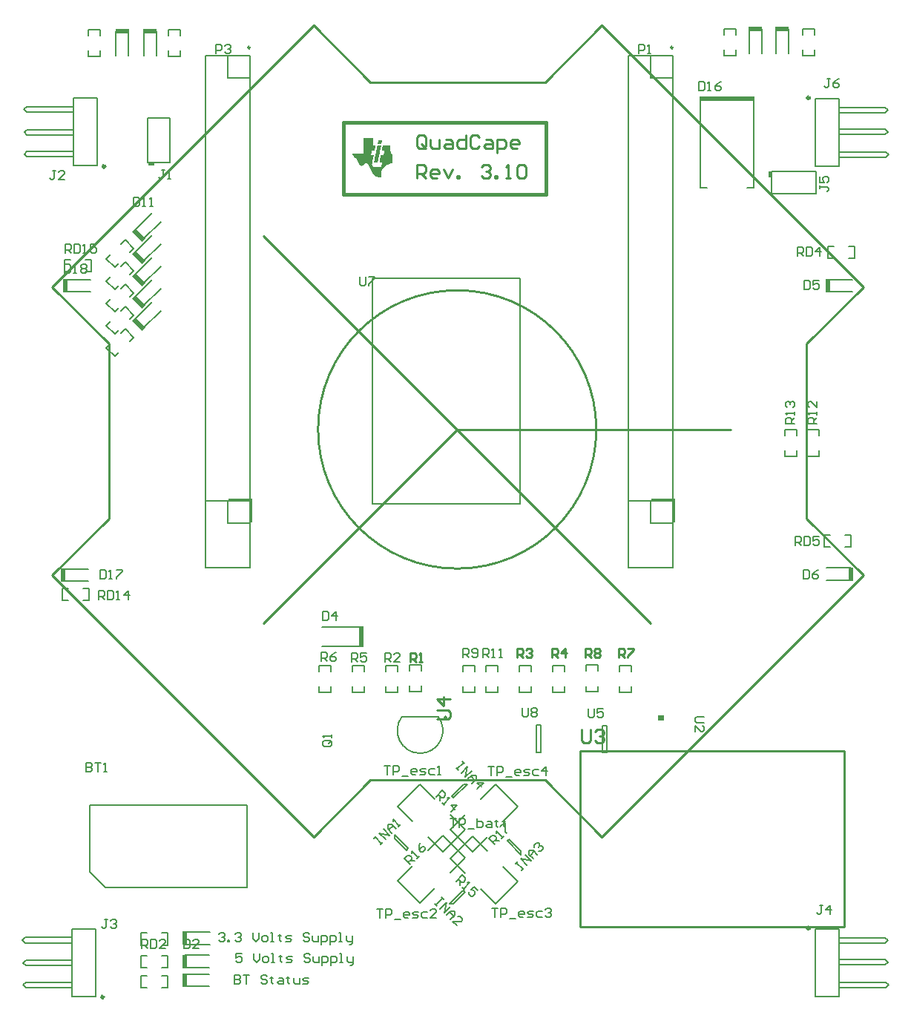
<source format=gto>
%FSLAX25Y25*%
%MOIN*%
G70*
G01*
G75*
G04 Layer_Color=65535*
%ADD10R,0.03740X0.03937*%
%ADD11P,0.04454X4X90.0*%
G04:AMPARAMS|DCode=12|XSize=37.4mil|YSize=39.37mil|CornerRadius=0mil|HoleSize=0mil|Usage=FLASHONLY|Rotation=315.000|XOffset=0mil|YOffset=0mil|HoleType=Round|Shape=Rectangle|*
%AMROTATEDRECTD12*
4,1,4,-0.02714,-0.00070,0.00070,0.02714,0.02714,0.00070,-0.00070,-0.02714,-0.02714,-0.00070,0.0*
%
%ADD12ROTATEDRECTD12*%

%ADD13R,0.04200X0.02500*%
G04:AMPARAMS|DCode=14|XSize=106.3mil|YSize=62.99mil|CornerRadius=0mil|HoleSize=0mil|Usage=FLASHONLY|Rotation=225.000|XOffset=0mil|YOffset=0mil|HoleType=Round|Shape=Rectangle|*
%AMROTATEDRECTD14*
4,1,4,0.01531,0.05985,0.05985,0.01531,-0.01531,-0.05985,-0.05985,-0.01531,0.01531,0.05985,0.0*
%
%ADD14ROTATEDRECTD14*%

G04:AMPARAMS|DCode=15|XSize=106.3mil|YSize=62.99mil|CornerRadius=0mil|HoleSize=0mil|Usage=FLASHONLY|Rotation=315.000|XOffset=0mil|YOffset=0mil|HoleType=Round|Shape=Rectangle|*
%AMROTATEDRECTD15*
4,1,4,-0.05985,0.01531,-0.01531,0.05985,0.05985,-0.01531,0.01531,-0.05985,-0.05985,0.01531,0.0*
%
%ADD15ROTATEDRECTD15*%

G04:AMPARAMS|DCode=16|XSize=15.75mil|YSize=33.47mil|CornerRadius=0mil|HoleSize=0mil|Usage=FLASHONLY|Rotation=135.000|XOffset=0mil|YOffset=0mil|HoleType=Round|Shape=Rectangle|*
%AMROTATEDRECTD16*
4,1,4,0.01740,0.00626,-0.00626,-0.01740,-0.01740,-0.00626,0.00626,0.01740,0.01740,0.00626,0.0*
%
%ADD16ROTATEDRECTD16*%

G04:AMPARAMS|DCode=17|XSize=15.75mil|YSize=33.47mil|CornerRadius=0mil|HoleSize=0mil|Usage=FLASHONLY|Rotation=225.000|XOffset=0mil|YOffset=0mil|HoleType=Round|Shape=Rectangle|*
%AMROTATEDRECTD17*
4,1,4,-0.00626,0.01740,0.01740,-0.00626,0.00626,-0.01740,-0.01740,0.00626,-0.00626,0.01740,0.0*
%
%ADD17ROTATEDRECTD17*%

%ADD18R,0.04331X0.02559*%
%ADD19R,0.03150X0.03150*%
%ADD20O,0.03937X0.09843*%
%ADD21O,0.09843X0.03937*%
%ADD22R,0.03937X0.09843*%
%ADD23R,0.03150X0.03150*%
%ADD24R,0.03937X0.03740*%
%ADD25R,0.03602X0.04803*%
%ADD26R,0.15000X0.11000*%
%ADD27R,0.01024X0.00630*%
%ADD28R,0.01024X0.02008*%
%ADD29C,0.02000*%
%ADD30C,0.01500*%
%ADD31C,0.07500*%
%ADD32C,0.04000*%
%ADD33C,0.03000*%
%ADD34C,0.02500*%
%ADD35C,0.05000*%
%ADD36C,0.01000*%
%ADD37C,0.10000*%
%ADD38C,0.11800*%
%ADD39R,0.06496X0.06496*%
%ADD40C,0.06496*%
%ADD41O,0.10000X0.06000*%
%ADD42R,0.10000X0.06000*%
%ADD43R,0.06693X0.06693*%
%ADD44C,0.06693*%
%ADD45R,0.06496X0.06496*%
%ADD46C,0.28000*%
%ADD47R,0.04000X0.07874*%
%ADD48O,0.04000X0.07874*%
%ADD49O,0.03937X0.07874*%
%ADD50O,0.09843X0.06000*%
%ADD51R,0.09843X0.06000*%
%ADD52C,0.16000*%
%ADD53R,0.06000X0.06000*%
%ADD54R,0.06000X0.06000*%
%ADD55C,0.04000*%
%ADD56C,0.05000*%
%ADD57C,0.11000*%
%ADD58C,0.08000*%
G04:AMPARAMS|DCode=59|XSize=100mil|YSize=100mil|CornerRadius=0mil|HoleSize=0mil|Usage=FLASHONLY|Rotation=0.000|XOffset=0mil|YOffset=0mil|HoleType=Round|Shape=Relief|Width=10mil|Gap=10mil|Entries=4|*
%AMTHD59*
7,0,0,0.10000,0.08000,0.01000,45*
%
%ADD59THD59*%
%ADD60C,0.07803*%
G04:AMPARAMS|DCode=61|XSize=98.031mil|YSize=98.031mil|CornerRadius=0mil|HoleSize=0mil|Usage=FLASHONLY|Rotation=0.000|XOffset=0mil|YOffset=0mil|HoleType=Round|Shape=Relief|Width=10mil|Gap=10mil|Entries=4|*
%AMTHD61*
7,0,0,0.09803,0.07803,0.01000,45*
%
%ADD61THD61*%
%ADD62C,0.08567*%
G04:AMPARAMS|DCode=63|XSize=105.669mil|YSize=105.669mil|CornerRadius=0mil|HoleSize=0mil|Usage=FLASHONLY|Rotation=0.000|XOffset=0mil|YOffset=0mil|HoleType=Round|Shape=Relief|Width=10mil|Gap=10mil|Entries=4|*
%AMTHD63*
7,0,0,0.10567,0.08567,0.01000,45*
%
%ADD63THD63*%
%ADD64C,0.07937*%
%ADD65C,0.09080*%
G04:AMPARAMS|DCode=66|XSize=85mil|YSize=85mil|CornerRadius=0mil|HoleSize=0mil|Usage=FLASHONLY|Rotation=0.000|XOffset=0mil|YOffset=0mil|HoleType=Round|Shape=Relief|Width=10mil|Gap=10mil|Entries=4|*
%AMTHD66*
7,0,0,0.08500,0.06500,0.01000,45*
%
%ADD66THD66*%
%ADD67C,0.06500*%
%ADD68C,0.07800*%
G04:AMPARAMS|DCode=69|XSize=98mil|YSize=98mil|CornerRadius=0mil|HoleSize=0mil|Usage=FLASHONLY|Rotation=0.000|XOffset=0mil|YOffset=0mil|HoleType=Round|Shape=Relief|Width=10mil|Gap=10mil|Entries=4|*
%AMTHD69*
7,0,0,0.09800,0.07800,0.01000,45*
%
%ADD69THD69*%
G04:AMPARAMS|DCode=70|XSize=99.37mil|YSize=99.37mil|CornerRadius=0mil|HoleSize=0mil|Usage=FLASHONLY|Rotation=0.000|XOffset=0mil|YOffset=0mil|HoleType=Round|Shape=Relief|Width=10mil|Gap=10mil|Entries=4|*
%AMTHD70*
7,0,0,0.09937,0.07937,0.01000,45*
%
%ADD70THD70*%
G04:AMPARAMS|DCode=71|XSize=75mil|YSize=75mil|CornerRadius=0mil|HoleSize=0mil|Usage=FLASHONLY|Rotation=0.000|XOffset=0mil|YOffset=0mil|HoleType=Round|Shape=Relief|Width=10mil|Gap=10mil|Entries=4|*
%AMTHD71*
7,0,0,0.07500,0.05500,0.01000,45*
%
%ADD71THD71*%
%ADD72C,0.05500*%
%ADD73C,0.06800*%
G04:AMPARAMS|DCode=74|XSize=88mil|YSize=88mil|CornerRadius=0mil|HoleSize=0mil|Usage=FLASHONLY|Rotation=0.000|XOffset=0mil|YOffset=0mil|HoleType=Round|Shape=Relief|Width=10mil|Gap=10mil|Entries=4|*
%AMTHD74*
7,0,0,0.08800,0.06800,0.01000,45*
%
%ADD74THD74*%
%ADD75C,0.00984*%
%ADD76C,0.01181*%
%ADD77C,0.00787*%
%ADD78C,0.00700*%
%ADD79C,0.00800*%
G04:AMPARAMS|DCode=80|XSize=19.69mil|YSize=62.99mil|CornerRadius=0mil|HoleSize=0mil|Usage=FLASHONLY|Rotation=45.000|XOffset=0mil|YOffset=0mil|HoleType=Round|Shape=Rectangle|*
%AMROTATEDRECTD80*
4,1,4,0.01531,-0.02923,-0.02923,0.01531,-0.01531,0.02923,0.02923,-0.01531,0.01531,-0.02923,0.0*
%
%ADD80ROTATEDRECTD80*%

%ADD81R,0.01000X0.11000*%
%ADD82R,0.10350X0.01000*%
%ADD83R,0.03000X0.01500*%
%ADD84R,0.01500X0.03000*%
%ADD85R,0.01968X0.06299*%
%ADD86R,0.06299X0.01969*%
%ADD87R,0.02000X0.09200*%
%ADD88R,0.24700X0.02000*%
%ADD89R,0.01969X0.06299*%
%ADD90R,0.06299X0.01968*%
G36*
X150194Y-57258D02*
Y-57331D01*
Y-57404D01*
Y-57476D01*
Y-57549D01*
Y-57622D01*
Y-57694D01*
Y-57767D01*
Y-57840D01*
Y-57912D01*
Y-57985D01*
Y-58058D01*
Y-58131D01*
Y-58203D01*
Y-58276D01*
Y-58349D01*
Y-58421D01*
Y-58494D01*
Y-58567D01*
Y-58640D01*
Y-58712D01*
Y-58785D01*
Y-58858D01*
Y-58930D01*
Y-59003D01*
Y-59076D01*
Y-59148D01*
Y-59221D01*
Y-59294D01*
Y-59367D01*
Y-59439D01*
Y-59512D01*
Y-59585D01*
Y-59657D01*
Y-59730D01*
Y-59803D01*
Y-59875D01*
Y-59948D01*
Y-60021D01*
Y-60093D01*
Y-60166D01*
Y-60239D01*
Y-60312D01*
Y-60384D01*
Y-60457D01*
Y-60530D01*
X151357D01*
Y-60602D01*
X151285D01*
Y-60675D01*
Y-60748D01*
Y-60821D01*
Y-60893D01*
Y-60966D01*
X151212D01*
Y-61039D01*
Y-61111D01*
Y-61184D01*
Y-61257D01*
Y-61329D01*
X151139D01*
Y-61402D01*
Y-61475D01*
Y-61547D01*
Y-61620D01*
Y-61693D01*
X151067D01*
Y-61766D01*
Y-61838D01*
Y-61911D01*
Y-61984D01*
Y-62056D01*
X150994D01*
Y-62129D01*
Y-62202D01*
Y-62274D01*
Y-62347D01*
Y-62420D01*
X150921D01*
Y-62493D01*
Y-62565D01*
Y-62638D01*
Y-62711D01*
X149685D01*
Y-62783D01*
Y-62856D01*
Y-62929D01*
X149612D01*
Y-63002D01*
Y-63074D01*
Y-63147D01*
Y-63220D01*
Y-63292D01*
X149540D01*
Y-63365D01*
Y-63438D01*
Y-63510D01*
Y-63583D01*
Y-63656D01*
X149467D01*
Y-63728D01*
Y-63801D01*
Y-63874D01*
Y-63947D01*
Y-64019D01*
X149394D01*
Y-64092D01*
Y-64165D01*
Y-64237D01*
Y-64310D01*
Y-64383D01*
X149322D01*
Y-64455D01*
Y-64528D01*
Y-64601D01*
Y-64674D01*
Y-64746D01*
X150485D01*
Y-64819D01*
Y-64892D01*
Y-64964D01*
Y-65037D01*
X150412D01*
Y-65110D01*
Y-65183D01*
Y-65255D01*
Y-65328D01*
Y-65401D01*
X150339D01*
Y-65473D01*
Y-65546D01*
Y-65619D01*
Y-65691D01*
Y-65764D01*
X150267D01*
Y-65837D01*
Y-65909D01*
Y-65982D01*
Y-66055D01*
Y-66128D01*
X150194D01*
Y-66200D01*
Y-66273D01*
Y-66346D01*
Y-66418D01*
Y-66491D01*
X150121D01*
Y-66564D01*
Y-66637D01*
Y-66709D01*
Y-66782D01*
Y-66855D01*
X150049D01*
Y-66927D01*
Y-67000D01*
Y-67073D01*
Y-67145D01*
Y-67218D01*
X149976D01*
Y-67291D01*
Y-67364D01*
Y-67436D01*
Y-67509D01*
Y-67582D01*
X149903D01*
Y-67654D01*
Y-67727D01*
Y-67800D01*
Y-67872D01*
Y-67945D01*
X149830D01*
Y-68018D01*
Y-68090D01*
Y-68163D01*
Y-68236D01*
Y-68309D01*
X149758D01*
Y-68381D01*
Y-68454D01*
Y-68527D01*
Y-68599D01*
Y-68672D01*
X149685D01*
Y-68745D01*
Y-68818D01*
Y-68890D01*
Y-68963D01*
Y-69036D01*
Y-69108D01*
Y-69181D01*
Y-69254D01*
X149758D01*
Y-69326D01*
Y-69399D01*
Y-69472D01*
X149830D01*
Y-69545D01*
Y-69617D01*
X149903D01*
Y-69690D01*
X149976D01*
Y-69763D01*
X150049D01*
Y-69835D01*
X150194D01*
Y-69908D01*
X150339D01*
Y-69981D01*
X150630D01*
Y-70053D01*
X151067D01*
Y-70126D01*
X153902D01*
Y-70053D01*
Y-69981D01*
Y-69908D01*
X153974D01*
Y-69835D01*
Y-69763D01*
Y-69690D01*
Y-69617D01*
Y-69545D01*
X154047D01*
Y-69472D01*
Y-69399D01*
Y-69326D01*
Y-69254D01*
Y-69181D01*
X154120D01*
Y-69108D01*
Y-69036D01*
Y-68963D01*
Y-68890D01*
Y-68818D01*
X154193D01*
Y-68745D01*
Y-68672D01*
Y-68599D01*
Y-68527D01*
Y-68454D01*
X154265D01*
Y-68381D01*
Y-68309D01*
Y-68236D01*
Y-68163D01*
Y-68090D01*
X154338D01*
Y-68018D01*
Y-67945D01*
X153393D01*
Y-67872D01*
X153247D01*
Y-67800D01*
X153175D01*
Y-67727D01*
Y-67654D01*
Y-67582D01*
Y-67509D01*
Y-67436D01*
Y-67364D01*
Y-67291D01*
Y-67218D01*
Y-67145D01*
X153247D01*
Y-67073D01*
Y-67000D01*
Y-66927D01*
Y-66855D01*
X153320D01*
Y-66782D01*
Y-66709D01*
Y-66637D01*
Y-66564D01*
Y-66491D01*
X153393D01*
Y-66418D01*
Y-66346D01*
Y-66273D01*
Y-66200D01*
Y-66128D01*
X153466D01*
Y-66055D01*
Y-65982D01*
Y-65909D01*
Y-65837D01*
Y-65764D01*
X153538D01*
Y-65691D01*
Y-65619D01*
Y-65546D01*
Y-65473D01*
Y-65401D01*
X153611D01*
Y-65328D01*
Y-65255D01*
Y-65183D01*
Y-65110D01*
Y-65037D01*
X153684D01*
Y-64964D01*
Y-64892D01*
Y-64819D01*
Y-64746D01*
X154992D01*
Y-64674D01*
Y-64601D01*
Y-64528D01*
Y-64455D01*
Y-64383D01*
X155065D01*
Y-64310D01*
Y-64237D01*
Y-64165D01*
Y-64092D01*
Y-64019D01*
X155138D01*
Y-63947D01*
Y-63874D01*
Y-63801D01*
Y-63728D01*
Y-63656D01*
X155210D01*
Y-63583D01*
Y-63510D01*
Y-63438D01*
Y-63365D01*
Y-63292D01*
X155283D01*
Y-63220D01*
Y-63147D01*
Y-63074D01*
Y-63002D01*
Y-62929D01*
X155356D01*
Y-62856D01*
Y-62783D01*
Y-62711D01*
X154120D01*
Y-62638D01*
Y-62565D01*
Y-62493D01*
X154193D01*
Y-62420D01*
Y-62347D01*
Y-62274D01*
Y-62202D01*
Y-62129D01*
X154265D01*
Y-62056D01*
Y-61984D01*
Y-61911D01*
Y-61838D01*
Y-61766D01*
X154338D01*
Y-61693D01*
Y-61620D01*
Y-61547D01*
Y-61475D01*
Y-61402D01*
X154411D01*
Y-61329D01*
Y-61257D01*
Y-61184D01*
Y-61111D01*
Y-61039D01*
X154483D01*
Y-60966D01*
Y-60893D01*
Y-60821D01*
Y-60748D01*
Y-60675D01*
X154556D01*
Y-60602D01*
Y-60530D01*
X158046D01*
Y-60602D01*
Y-60675D01*
Y-60748D01*
Y-60821D01*
Y-60893D01*
Y-60966D01*
Y-61039D01*
Y-61111D01*
Y-61184D01*
Y-61257D01*
Y-61329D01*
Y-61402D01*
Y-61475D01*
Y-61547D01*
Y-61620D01*
Y-61693D01*
Y-61766D01*
Y-61838D01*
Y-61911D01*
Y-61984D01*
Y-62056D01*
Y-62129D01*
Y-62202D01*
Y-62274D01*
Y-62347D01*
Y-62420D01*
Y-62493D01*
Y-62565D01*
Y-62638D01*
Y-62711D01*
Y-62783D01*
Y-62856D01*
Y-62929D01*
Y-63002D01*
X158118D01*
Y-63074D01*
Y-63147D01*
Y-63220D01*
Y-63292D01*
Y-63365D01*
X158191D01*
Y-63438D01*
Y-63510D01*
Y-63583D01*
Y-63656D01*
X158264D01*
Y-63728D01*
Y-63801D01*
X158336D01*
Y-63874D01*
Y-63947D01*
X158409D01*
Y-64019D01*
Y-64092D01*
X158482D01*
Y-64165D01*
X158554D01*
Y-64237D01*
Y-64310D01*
X158627D01*
Y-64383D01*
X158700D01*
Y-64455D01*
X158773D01*
Y-64528D01*
X158845D01*
Y-64601D01*
X158991D01*
Y-64674D01*
X159063D01*
Y-64746D01*
Y-64819D01*
Y-64892D01*
Y-64964D01*
Y-65037D01*
Y-65110D01*
Y-65183D01*
Y-65255D01*
Y-65328D01*
Y-65401D01*
Y-65473D01*
Y-65546D01*
Y-65619D01*
Y-65691D01*
Y-65764D01*
Y-65837D01*
Y-65909D01*
Y-65982D01*
Y-66055D01*
Y-66128D01*
Y-66200D01*
Y-66273D01*
Y-66346D01*
Y-66418D01*
Y-66491D01*
Y-66564D01*
Y-66637D01*
Y-66709D01*
Y-66782D01*
Y-66855D01*
Y-66927D01*
Y-67000D01*
Y-67073D01*
Y-67145D01*
Y-67218D01*
Y-67291D01*
Y-67364D01*
Y-67436D01*
Y-67509D01*
Y-67582D01*
Y-67654D01*
Y-67727D01*
Y-67800D01*
Y-67872D01*
Y-67945D01*
Y-68018D01*
Y-68090D01*
Y-68163D01*
Y-68236D01*
X158918D01*
Y-68309D01*
X158700D01*
Y-68381D01*
X158409D01*
Y-68454D01*
X158191D01*
Y-68527D01*
X157973D01*
Y-68599D01*
X157755D01*
Y-68672D01*
X157609D01*
Y-68745D01*
X157391D01*
Y-68818D01*
X157246D01*
Y-68890D01*
X157100D01*
Y-68963D01*
X156955D01*
Y-69036D01*
X156810D01*
Y-69108D01*
X156664D01*
Y-69181D01*
X156519D01*
Y-69254D01*
X156374D01*
Y-69326D01*
X156301D01*
Y-69399D01*
X156155D01*
Y-69472D01*
X156010D01*
Y-69545D01*
X155937D01*
Y-69617D01*
X155865D01*
Y-69690D01*
X155719D01*
Y-69763D01*
X155647D01*
Y-69835D01*
X155574D01*
Y-69908D01*
X155428D01*
Y-69981D01*
X155356D01*
Y-70053D01*
X155283D01*
Y-70126D01*
X155210D01*
Y-70199D01*
X155138D01*
Y-70271D01*
X155065D01*
Y-70344D01*
X154992D01*
Y-70417D01*
X154920D01*
Y-70490D01*
X154847D01*
Y-70562D01*
X154774D01*
Y-70635D01*
X154701D01*
Y-70708D01*
X154629D01*
Y-70780D01*
Y-70853D01*
X154556D01*
Y-70926D01*
X154483D01*
Y-70999D01*
X154411D01*
Y-71071D01*
Y-71144D01*
X154338D01*
Y-71217D01*
X154265D01*
Y-71289D01*
Y-71362D01*
X154193D01*
Y-71435D01*
Y-71507D01*
X154120D01*
Y-71580D01*
Y-71653D01*
X154047D01*
Y-71725D01*
Y-71798D01*
X153974D01*
Y-71871D01*
Y-71944D01*
Y-72016D01*
X153902D01*
Y-72089D01*
Y-72162D01*
Y-72234D01*
Y-72307D01*
X153829D01*
Y-72380D01*
Y-72452D01*
Y-72525D01*
Y-72598D01*
Y-72671D01*
Y-72743D01*
Y-72816D01*
Y-72889D01*
Y-72961D01*
Y-73034D01*
Y-73107D01*
Y-73180D01*
Y-73252D01*
Y-73325D01*
Y-73398D01*
X153902D01*
Y-73470D01*
Y-73543D01*
Y-73616D01*
Y-73688D01*
Y-73761D01*
X153974D01*
Y-73834D01*
Y-73906D01*
Y-73979D01*
Y-74052D01*
X154047D01*
Y-74125D01*
Y-74197D01*
Y-74270D01*
X154120D01*
Y-74343D01*
Y-74415D01*
X154193D01*
Y-74488D01*
Y-74561D01*
X154047D01*
Y-74634D01*
X153829D01*
Y-74706D01*
X153466D01*
Y-74779D01*
X152666D01*
Y-74706D01*
X152302D01*
Y-74634D01*
X152084D01*
Y-74561D01*
X151866D01*
Y-74488D01*
X151721D01*
Y-74415D01*
X151575D01*
Y-74343D01*
X151503D01*
Y-74270D01*
X151357D01*
Y-74197D01*
X151285D01*
Y-74125D01*
X151139D01*
Y-74052D01*
X151067D01*
Y-73979D01*
X150994D01*
Y-73906D01*
X150848D01*
Y-73834D01*
X150776D01*
Y-73761D01*
X150703D01*
Y-73688D01*
X150630D01*
Y-73616D01*
X150557D01*
Y-73543D01*
X150485D01*
Y-73470D01*
X150412D01*
Y-73398D01*
X150339D01*
Y-73325D01*
Y-73252D01*
X150267D01*
Y-73180D01*
X150194D01*
Y-73107D01*
X150121D01*
Y-73034D01*
X150049D01*
Y-72961D01*
Y-72889D01*
X149976D01*
Y-72816D01*
X149903D01*
Y-72743D01*
Y-72671D01*
X149830D01*
Y-72598D01*
Y-72525D01*
X149758D01*
Y-72452D01*
X149685D01*
Y-72380D01*
Y-72307D01*
X149612D01*
Y-72234D01*
Y-72162D01*
X149540D01*
Y-72089D01*
Y-72016D01*
X149467D01*
Y-71944D01*
Y-71871D01*
X149394D01*
Y-71798D01*
Y-71725D01*
X149322D01*
Y-71653D01*
Y-71580D01*
X149249D01*
Y-71507D01*
Y-71435D01*
X149176D01*
Y-71362D01*
Y-71289D01*
X149103D01*
Y-71217D01*
Y-71144D01*
X149031D01*
Y-71071D01*
Y-70999D01*
X148958D01*
Y-70926D01*
Y-70853D01*
Y-70780D01*
X148885D01*
Y-70708D01*
Y-70635D01*
X148813D01*
Y-70562D01*
Y-70490D01*
X148740D01*
Y-70417D01*
Y-70344D01*
X148667D01*
Y-70271D01*
Y-70199D01*
X148595D01*
Y-70126D01*
Y-70053D01*
X148522D01*
Y-69981D01*
Y-69908D01*
X148449D01*
Y-69835D01*
Y-69763D01*
X148377D01*
Y-69690D01*
Y-69617D01*
X148304D01*
Y-69545D01*
Y-69472D01*
X148231D01*
Y-69399D01*
Y-69326D01*
X148158D01*
Y-69254D01*
X148086D01*
Y-69181D01*
Y-69108D01*
X148013D01*
Y-69036D01*
X147940D01*
Y-68963D01*
X147868D01*
Y-68890D01*
X147795D01*
Y-68818D01*
X147722D01*
Y-68745D01*
X147650D01*
Y-68672D01*
X147577D01*
Y-68599D01*
X147431D01*
Y-68527D01*
X147141D01*
Y-68454D01*
X146995D01*
Y-68527D01*
X146632D01*
Y-68599D01*
X146486D01*
Y-68672D01*
X146341D01*
Y-68745D01*
X146268D01*
Y-68818D01*
X146196D01*
Y-68890D01*
X146123D01*
Y-68963D01*
X146050D01*
Y-69036D01*
X145977D01*
Y-69108D01*
X145905D01*
Y-69181D01*
X145832D01*
Y-69254D01*
X145759D01*
Y-69326D01*
X145687D01*
Y-69399D01*
X145614D01*
Y-69472D01*
X145541D01*
Y-69545D01*
X145396D01*
Y-69617D01*
X144814D01*
Y-69545D01*
X144596D01*
Y-69472D01*
X144451D01*
Y-69399D01*
X144378D01*
Y-69326D01*
X144305D01*
Y-69254D01*
X144160D01*
Y-69181D01*
Y-69108D01*
X144087D01*
Y-69036D01*
X144015D01*
Y-68963D01*
X143942D01*
Y-68890D01*
Y-68818D01*
X143869D01*
Y-68745D01*
Y-68672D01*
X143797D01*
Y-68599D01*
Y-68527D01*
X143724D01*
Y-68454D01*
Y-68381D01*
X143651D01*
Y-68309D01*
Y-68236D01*
X143578D01*
Y-68163D01*
Y-68090D01*
X143506D01*
Y-68018D01*
Y-67945D01*
Y-67872D01*
X143433D01*
Y-67800D01*
Y-67727D01*
X143360D01*
Y-67654D01*
Y-67582D01*
Y-67509D01*
X143288D01*
Y-67436D01*
Y-67364D01*
X143215D01*
Y-67291D01*
Y-67218D01*
Y-67145D01*
X143142D01*
Y-67073D01*
X143070D01*
Y-67000D01*
Y-66927D01*
X142997D01*
Y-66855D01*
X142924D01*
Y-66782D01*
Y-66709D01*
X142851D01*
Y-66637D01*
X142779D01*
Y-66564D01*
X142706D01*
Y-66491D01*
X142633D01*
Y-66418D01*
X142561D01*
Y-66346D01*
X142488D01*
Y-66273D01*
X142415D01*
Y-66200D01*
X142342D01*
Y-66128D01*
X142270D01*
Y-66055D01*
X142197D01*
Y-65982D01*
X142052D01*
Y-65909D01*
X141979D01*
Y-65837D01*
X141906D01*
Y-65764D01*
X141833D01*
Y-65691D01*
X141761D01*
Y-65619D01*
X141688D01*
Y-65546D01*
X141615D01*
Y-65473D01*
X141543D01*
Y-65401D01*
X141470D01*
Y-65328D01*
Y-65255D01*
X141397D01*
Y-65183D01*
X141325D01*
Y-65110D01*
Y-65037D01*
X141252D01*
Y-64964D01*
Y-64892D01*
X141179D01*
Y-64819D01*
Y-64746D01*
X141106D01*
Y-64674D01*
Y-64601D01*
X141034D01*
Y-64528D01*
Y-64455D01*
Y-64383D01*
Y-64310D01*
X140961D01*
Y-64237D01*
Y-64165D01*
Y-64092D01*
Y-64019D01*
Y-63947D01*
X145977D01*
Y-63874D01*
Y-63801D01*
Y-63728D01*
Y-63656D01*
Y-63583D01*
Y-63510D01*
Y-63438D01*
Y-63365D01*
Y-63292D01*
Y-63220D01*
Y-63147D01*
Y-63074D01*
Y-63002D01*
Y-62929D01*
Y-62856D01*
Y-62783D01*
Y-62711D01*
Y-62638D01*
Y-62565D01*
Y-62493D01*
Y-62420D01*
Y-62347D01*
Y-62274D01*
Y-62202D01*
Y-62129D01*
Y-62056D01*
Y-61984D01*
Y-61911D01*
Y-61838D01*
Y-61766D01*
Y-61693D01*
Y-61620D01*
Y-61547D01*
Y-61475D01*
Y-61402D01*
Y-61329D01*
Y-61257D01*
Y-61184D01*
Y-61111D01*
Y-61039D01*
Y-60966D01*
Y-60893D01*
Y-60821D01*
Y-60748D01*
Y-60675D01*
Y-60602D01*
Y-60530D01*
Y-60457D01*
Y-60384D01*
Y-60312D01*
Y-60239D01*
Y-60166D01*
Y-60093D01*
Y-60021D01*
Y-59948D01*
Y-59875D01*
Y-59803D01*
Y-59730D01*
Y-59657D01*
Y-59585D01*
Y-59512D01*
Y-59439D01*
Y-59367D01*
Y-59294D01*
Y-59221D01*
Y-59148D01*
Y-59076D01*
Y-59003D01*
Y-58930D01*
Y-58858D01*
Y-58785D01*
Y-58712D01*
Y-58640D01*
Y-58567D01*
Y-58494D01*
Y-58421D01*
Y-58349D01*
Y-58276D01*
Y-58203D01*
Y-58131D01*
Y-58058D01*
Y-57985D01*
Y-57912D01*
Y-57840D01*
Y-57767D01*
Y-57694D01*
Y-57622D01*
Y-57549D01*
Y-57476D01*
Y-57404D01*
Y-57331D01*
Y-57258D01*
Y-57186D01*
X150194D01*
Y-57258D01*
D02*
G37*
G36*
X280838Y-318765D02*
X278338D01*
Y-316265D01*
X280838D01*
Y-318765D01*
D02*
G37*
G36*
X154265Y-58203D02*
Y-58276D01*
Y-58349D01*
Y-58421D01*
X154193D01*
Y-58494D01*
Y-58567D01*
Y-58640D01*
Y-58712D01*
Y-58785D01*
X154120D01*
Y-58858D01*
Y-58930D01*
Y-59003D01*
Y-59076D01*
Y-59148D01*
X154047D01*
Y-59221D01*
Y-59294D01*
Y-59367D01*
Y-59439D01*
Y-59512D01*
X153974D01*
Y-59585D01*
Y-59657D01*
Y-59730D01*
Y-59803D01*
X152230D01*
Y-59730D01*
Y-59657D01*
X152302D01*
Y-59585D01*
Y-59512D01*
Y-59439D01*
Y-59367D01*
Y-59294D01*
X152375D01*
Y-59221D01*
Y-59148D01*
Y-59076D01*
Y-59003D01*
Y-58930D01*
X152448D01*
Y-58858D01*
Y-58785D01*
Y-58712D01*
Y-58640D01*
Y-58567D01*
X152521D01*
Y-58494D01*
Y-58421D01*
Y-58349D01*
Y-58276D01*
Y-58203D01*
X152593D01*
Y-58131D01*
X154265D01*
Y-58203D01*
D02*
G37*
G36*
X153829Y-60602D02*
Y-60675D01*
X153756D01*
Y-60748D01*
Y-60821D01*
Y-60893D01*
Y-60966D01*
Y-61039D01*
X153684D01*
Y-61111D01*
Y-61184D01*
Y-61257D01*
Y-61329D01*
Y-61402D01*
X153611D01*
Y-61475D01*
Y-61547D01*
Y-61620D01*
Y-61693D01*
Y-61766D01*
X153538D01*
Y-61838D01*
Y-61911D01*
Y-61984D01*
Y-62056D01*
Y-62129D01*
X153466D01*
Y-62202D01*
Y-62274D01*
Y-62347D01*
Y-62420D01*
Y-62493D01*
X153393D01*
Y-62565D01*
Y-62638D01*
Y-62711D01*
Y-62783D01*
Y-62856D01*
X153320D01*
Y-62929D01*
Y-63002D01*
Y-63074D01*
Y-63147D01*
Y-63220D01*
X153247D01*
Y-63292D01*
Y-63365D01*
Y-63438D01*
Y-63510D01*
Y-63583D01*
X153175D01*
Y-63656D01*
Y-63728D01*
Y-63801D01*
Y-63874D01*
Y-63947D01*
X153102D01*
Y-64019D01*
Y-64092D01*
Y-64165D01*
Y-64237D01*
Y-64310D01*
X153029D01*
Y-64383D01*
Y-64455D01*
Y-64528D01*
Y-64601D01*
Y-64674D01*
X152957D01*
Y-64746D01*
Y-64819D01*
Y-64892D01*
Y-64964D01*
Y-65037D01*
X152884D01*
Y-65110D01*
Y-65183D01*
Y-65255D01*
Y-65328D01*
Y-65401D01*
X152811D01*
Y-65473D01*
Y-65546D01*
Y-65619D01*
Y-65691D01*
Y-65764D01*
X152739D01*
Y-65837D01*
Y-65909D01*
Y-65982D01*
Y-66055D01*
Y-66128D01*
X152666D01*
Y-66200D01*
Y-66273D01*
Y-66346D01*
Y-66418D01*
Y-66491D01*
X152593D01*
Y-66564D01*
Y-66637D01*
Y-66709D01*
Y-66782D01*
Y-66855D01*
X152521D01*
Y-66927D01*
Y-67000D01*
Y-67073D01*
Y-67145D01*
Y-67218D01*
X152448D01*
Y-67291D01*
Y-67364D01*
Y-67436D01*
Y-67509D01*
Y-67582D01*
X152375D01*
Y-67654D01*
Y-67727D01*
Y-67800D01*
Y-67872D01*
Y-67945D01*
X150630D01*
Y-67872D01*
Y-67800D01*
Y-67727D01*
X150703D01*
Y-67654D01*
Y-67582D01*
Y-67509D01*
Y-67436D01*
Y-67364D01*
X150776D01*
Y-67291D01*
Y-67218D01*
Y-67145D01*
Y-67073D01*
Y-67000D01*
X150848D01*
Y-66927D01*
Y-66855D01*
Y-66782D01*
Y-66709D01*
Y-66637D01*
X150921D01*
Y-66564D01*
Y-66491D01*
Y-66418D01*
Y-66346D01*
Y-66273D01*
X150994D01*
Y-66200D01*
Y-66128D01*
Y-66055D01*
Y-65982D01*
Y-65909D01*
X151067D01*
Y-65837D01*
Y-65764D01*
Y-65691D01*
Y-65619D01*
Y-65546D01*
X151139D01*
Y-65473D01*
Y-65401D01*
Y-65328D01*
Y-65255D01*
Y-65183D01*
X151212D01*
Y-65110D01*
Y-65037D01*
Y-64964D01*
Y-64892D01*
Y-64819D01*
X151285D01*
Y-64746D01*
Y-64674D01*
Y-64601D01*
Y-64528D01*
Y-64455D01*
X151357D01*
Y-64383D01*
Y-64310D01*
Y-64237D01*
Y-64165D01*
Y-64092D01*
X151430D01*
Y-64019D01*
Y-63947D01*
Y-63874D01*
Y-63801D01*
Y-63728D01*
X151503D01*
Y-63656D01*
Y-63583D01*
Y-63510D01*
Y-63438D01*
Y-63365D01*
X151575D01*
Y-63292D01*
Y-63220D01*
Y-63147D01*
Y-63074D01*
Y-63002D01*
X151648D01*
Y-62929D01*
Y-62856D01*
Y-62783D01*
Y-62711D01*
Y-62638D01*
X151721D01*
Y-62565D01*
Y-62493D01*
Y-62420D01*
Y-62347D01*
Y-62274D01*
X151794D01*
Y-62202D01*
Y-62129D01*
Y-62056D01*
Y-61984D01*
Y-61911D01*
X151866D01*
Y-61838D01*
Y-61766D01*
Y-61693D01*
Y-61620D01*
Y-61547D01*
X151939D01*
Y-61475D01*
Y-61402D01*
Y-61329D01*
Y-61257D01*
Y-61184D01*
X152012D01*
Y-61111D01*
Y-61039D01*
Y-60966D01*
Y-60893D01*
Y-60821D01*
X152084D01*
Y-60748D01*
Y-60675D01*
Y-60602D01*
Y-60530D01*
X153829D01*
Y-60602D01*
D02*
G37*
D30*
X137000Y-50000D02*
X228000D01*
Y-82500D02*
Y-50000D01*
X137000Y-82500D02*
X228000D01*
X137000D02*
Y-50000D01*
D36*
X250500Y-188000D02*
G03*
X250500Y-188000I-62500J0D01*
G01*
X188000D02*
X311000D01*
X101000Y-101000D02*
X188000Y-188000D01*
X101000Y-275000D02*
X188000Y-188000D01*
X275000Y-275000D01*
X243281Y-411413D02*
Y-332413D01*
Y-411413D02*
X361781D01*
Y-332413D01*
X243281D02*
X361781D01*
X227500Y-345500D02*
X253000Y-371000D01*
X149000Y-345500D02*
X227500D01*
X123500Y-371000D02*
X149000Y-345500D01*
X6000Y-253500D02*
X123500Y-371000D01*
X6000Y-253500D02*
X31500Y-228000D01*
X6000Y-124000D02*
X123500Y-6500D01*
X149000Y-32000D02*
X227500D01*
X253000Y-6500D01*
X370500Y-124000D01*
X345000Y-149500D02*
X370500Y-124000D01*
X345000Y-228000D02*
Y-149500D01*
Y-228000D02*
X370500Y-253500D01*
X253000Y-371000D02*
X370500Y-253500D01*
X31500Y-228000D02*
Y-149500D01*
X6000Y-124000D02*
X31500Y-149500D01*
X123500Y-6500D02*
X149000Y-32000D01*
X167000Y-292500D02*
Y-288501D01*
X168999D01*
X169666Y-289168D01*
Y-290501D01*
X168999Y-291167D01*
X167000D01*
X168333D02*
X169666Y-292500D01*
X170999D02*
X172332D01*
X171665D01*
Y-288501D01*
X170999Y-289168D01*
X260500Y-290500D02*
Y-286501D01*
X262499D01*
X263166Y-287168D01*
Y-288501D01*
X262499Y-289167D01*
X260500D01*
X261833D02*
X263166Y-290500D01*
X264499Y-286501D02*
X267164D01*
Y-287168D01*
X264499Y-289834D01*
Y-290500D01*
X245500D02*
Y-286501D01*
X247499D01*
X248166Y-287168D01*
Y-288501D01*
X247499Y-289167D01*
X245500D01*
X246833D02*
X248166Y-290500D01*
X249499Y-287168D02*
X250165Y-286501D01*
X251498D01*
X252165Y-287168D01*
Y-287834D01*
X251498Y-288501D01*
X252165Y-289167D01*
Y-289834D01*
X251498Y-290500D01*
X250165D01*
X249499Y-289834D01*
Y-289167D01*
X250165Y-288501D01*
X249499Y-287834D01*
Y-287168D01*
X250165Y-288501D02*
X251498D01*
X230500Y-290500D02*
Y-286501D01*
X232499D01*
X233166Y-287168D01*
Y-288501D01*
X232499Y-289167D01*
X230500D01*
X231833D02*
X233166Y-290500D01*
X236498D02*
Y-286501D01*
X234499Y-288501D01*
X237164D01*
X215000Y-290500D02*
Y-286501D01*
X216999D01*
X217666Y-287168D01*
Y-288501D01*
X216999Y-289167D01*
X215000D01*
X216333D02*
X217666Y-290500D01*
X218999Y-287168D02*
X219665Y-286501D01*
X220998D01*
X221665Y-287168D01*
Y-287834D01*
X220998Y-288501D01*
X220332D01*
X220998D01*
X221665Y-289167D01*
Y-289834D01*
X220998Y-290500D01*
X219665D01*
X218999Y-289834D01*
X243813Y-322871D02*
Y-327870D01*
X244813Y-328869D01*
X246813D01*
X247812Y-327870D01*
Y-322871D01*
X249812Y-323871D02*
X250811Y-322871D01*
X252811D01*
X253810Y-323871D01*
Y-324871D01*
X252811Y-325870D01*
X251811D01*
X252811D01*
X253810Y-326870D01*
Y-327870D01*
X252811Y-328869D01*
X250811D01*
X249812Y-327870D01*
X178823Y-318241D02*
X183821D01*
X184820Y-317242D01*
Y-315242D01*
X183821Y-314243D01*
X178823D01*
X184820Y-309244D02*
X178823D01*
X181822Y-312243D01*
Y-308244D01*
X170000Y-75000D02*
Y-69002D01*
X172999D01*
X173999Y-70002D01*
Y-72001D01*
X172999Y-73001D01*
X170000D01*
X171999D02*
X173999Y-75000D01*
X178997D02*
X176998D01*
X175998Y-74000D01*
Y-72001D01*
X176998Y-71001D01*
X178997D01*
X179997Y-72001D01*
Y-73001D01*
X175998D01*
X181996Y-71001D02*
X183995Y-75000D01*
X185995Y-71001D01*
X187994Y-75000D02*
Y-74000D01*
X188994D01*
Y-75000D01*
X187994D01*
X198991Y-70002D02*
X199990Y-69002D01*
X201990D01*
X202989Y-70002D01*
Y-71001D01*
X201990Y-72001D01*
X200990D01*
X201990D01*
X202989Y-73001D01*
Y-74000D01*
X201990Y-75000D01*
X199990D01*
X198991Y-74000D01*
X204989Y-75000D02*
Y-74000D01*
X205988D01*
Y-75000D01*
X204989D01*
X209987D02*
X211986D01*
X210987D01*
Y-69002D01*
X209987Y-70002D01*
X214985D02*
X215985Y-69002D01*
X217985D01*
X218984Y-70002D01*
Y-74000D01*
X217985Y-75000D01*
X215985D01*
X214985Y-74000D01*
Y-70002D01*
X173899Y-60700D02*
Y-56702D01*
X172899Y-55702D01*
X170900D01*
X169900Y-56702D01*
Y-60700D01*
X170900Y-61700D01*
X172899D01*
X171899Y-59701D02*
X173899Y-61700D01*
X172899D02*
X173899Y-60700D01*
X175898Y-57701D02*
Y-60700D01*
X176898Y-61700D01*
X179897D01*
Y-57701D01*
X182896D02*
X184895D01*
X185895Y-58701D01*
Y-61700D01*
X182896D01*
X181896Y-60700D01*
X182896Y-59701D01*
X185895D01*
X191893Y-55702D02*
Y-61700D01*
X188894D01*
X187894Y-60700D01*
Y-58701D01*
X188894Y-57701D01*
X191893D01*
X197891Y-56702D02*
X196891Y-55702D01*
X194892D01*
X193892Y-56702D01*
Y-60700D01*
X194892Y-61700D01*
X196891D01*
X197891Y-60700D01*
X200890Y-57701D02*
X202889D01*
X203889Y-58701D01*
Y-61700D01*
X200890D01*
X199890Y-60700D01*
X200890Y-59701D01*
X203889D01*
X205888Y-63699D02*
Y-57701D01*
X208887D01*
X209887Y-58701D01*
Y-60700D01*
X208887Y-61700D01*
X205888D01*
X214885D02*
X212886D01*
X211886Y-60700D01*
Y-58701D01*
X212886Y-57701D01*
X214885D01*
X215885Y-58701D01*
Y-59701D01*
X211886D01*
D75*
X284941Y-16457D02*
G03*
X284941Y-16457I-492J0D01*
G01*
X94941D02*
G03*
X94941Y-16457I-492J0D01*
G01*
X183230Y-317414D02*
G03*
X183230Y-317414I-492J0D01*
G01*
D76*
X346445Y-39047D02*
G03*
X346445Y-39047I-591J0D01*
G01*
Y-412047D02*
G03*
X346445Y-412047I-591J0D01*
G01*
X29236Y-442953D02*
G03*
X29236Y-442953I-591J0D01*
G01*
X29840Y-69771D02*
G03*
X29840Y-69771I-591J0D01*
G01*
D77*
X163254Y-316939D02*
G03*
X179387Y-316939I8066J-6302D01*
G01*
X43097Y-128506D02*
X50892Y-120711D01*
X46995Y-132403D02*
X54789Y-124608D01*
X43097Y-98506D02*
X50892Y-90711D01*
X46995Y-102403D02*
X54789Y-94608D01*
X43097Y-108505D02*
X50892Y-100711D01*
X46995Y-112403D02*
X54789Y-104608D01*
X43097Y-118506D02*
X50892Y-110711D01*
X46995Y-122403D02*
X54789Y-114608D01*
X43097Y-138505D02*
X50892Y-130711D01*
X46995Y-142403D02*
X54789Y-134608D01*
X359732Y-63398D02*
X378630D01*
X380598D01*
X359732Y-65760D02*
X380598D01*
Y-63398D02*
X381780Y-64579D01*
X380598Y-65760D02*
X381780Y-64579D01*
X359535Y-53161D02*
X378433D01*
X380402D01*
X359535Y-55524D02*
X380402D01*
Y-53161D02*
X381583Y-54343D01*
X380402Y-55524D02*
X381583Y-54343D01*
X380402Y-45681D02*
X381583Y-44500D01*
X380402Y-43319D02*
X381583Y-44500D01*
X359535Y-45681D02*
X380402D01*
X378433Y-43319D02*
X380402D01*
X359535D02*
X378433D01*
X358748Y-69697D02*
X359535D01*
X358748Y-39382D02*
X359535D01*
X348906Y-69697D02*
X358748D01*
X359535D02*
Y-39382D01*
X348906D02*
X358748D01*
X348906Y-69697D02*
Y-39382D01*
X359732Y-436398D02*
X378630D01*
X380598D01*
X359732Y-438760D02*
X380598D01*
Y-436398D02*
X381780Y-437579D01*
X380598Y-438760D02*
X381780Y-437579D01*
X359535Y-426161D02*
X378433D01*
X380402D01*
X359535Y-428524D02*
X380402D01*
Y-426161D02*
X381583Y-427343D01*
X380402Y-428524D02*
X381583Y-427343D01*
X380402Y-418681D02*
X381583Y-417500D01*
X380402Y-416319D02*
X381583Y-417500D01*
X359535Y-418681D02*
X380402D01*
X378433Y-416319D02*
X380402D01*
X359535D02*
X378433D01*
X358748Y-442697D02*
X359535D01*
X358748Y-412382D02*
X359535D01*
X348906Y-442697D02*
X358748D01*
X359535D02*
Y-412382D01*
X348906D02*
X358748D01*
X348906Y-442697D02*
Y-412382D01*
X-4130Y-418602D02*
X14768D01*
X-6098D02*
X-4130D01*
X-6098Y-416240D02*
X14768D01*
X-7280Y-417421D02*
X-6098Y-418602D01*
X-7280Y-417421D02*
X-6098Y-416240D01*
X-3933Y-428839D02*
X14965D01*
X-5902D02*
X-3933D01*
X-5902Y-426476D02*
X14965D01*
X-7083Y-427657D02*
X-5902Y-428839D01*
X-7083Y-427657D02*
X-5902Y-426476D01*
X-7083Y-437500D02*
X-5902Y-436319D01*
X-7083Y-437500D02*
X-5902Y-438681D01*
Y-436319D02*
X14965D01*
X-5902Y-438681D02*
X-3933D01*
X14965D01*
Y-412303D02*
X15752D01*
X14965Y-442618D02*
X15752D01*
Y-412303D02*
X25594D01*
X14965Y-442618D02*
Y-412303D01*
X15752Y-442618D02*
X25594D01*
Y-412303D01*
X-3526Y-45421D02*
X15372D01*
X-5494D02*
X-3526D01*
X-5494Y-43059D02*
X15372D01*
X-6676Y-44240D02*
X-5494Y-45421D01*
X-6676Y-44240D02*
X-5494Y-43059D01*
X-3329Y-55657D02*
X15569D01*
X-5298D02*
X-3329D01*
X-5298Y-53295D02*
X15569D01*
X-6479Y-54476D02*
X-5298Y-55657D01*
X-6479Y-54476D02*
X-5298Y-53295D01*
X-6479Y-64319D02*
X-5298Y-63137D01*
X-6479Y-64319D02*
X-5298Y-65500D01*
Y-63137D02*
X15569D01*
X-5298Y-65500D02*
X-3329D01*
X15569D01*
Y-39122D02*
X16356D01*
X15569Y-69437D02*
X16356D01*
Y-39122D02*
X26198D01*
X15569Y-69437D02*
Y-39122D01*
X16356Y-69437D02*
X26198D01*
Y-39122D01*
X159855Y-370020D02*
X165980Y-376145D01*
X165145Y-376980D02*
X165980Y-376145D01*
X159855Y-371690D02*
X165145Y-376980D01*
X159855Y-371690D02*
X159855Y-370020D01*
X184520Y-401145D02*
X190645Y-395020D01*
X191480Y-395855D01*
X186190Y-401145D02*
X191480Y-395855D01*
X184520Y-401145D02*
X186190Y-401145D01*
X186355Y-353480D02*
X192480Y-347355D01*
X185520Y-352645D02*
X186355Y-353480D01*
X185520Y-352645D02*
X190810Y-347355D01*
X192480Y-347355D01*
X210520Y-372855D02*
X216645Y-378980D01*
X210520Y-372855D02*
X211355Y-372020D01*
X216645Y-377310D01*
X216645Y-378980D02*
X216645Y-377310D01*
X223516Y-320898D02*
X225484D01*
X223516Y-333102D02*
X225484D01*
X223516D02*
Y-320898D01*
X225484Y-333102D02*
Y-320898D01*
X65701Y-429756D02*
X76724D01*
X65701Y-424244D02*
X76724D01*
X22882Y-386731D02*
X29910Y-393758D01*
X22882Y-386731D02*
Y-356632D01*
X93472D01*
Y-393758D02*
Y-356632D01*
X29910Y-393758D02*
X93472D01*
X47244Y-20224D02*
Y-9201D01*
X52756Y-20224D02*
Y-9201D01*
X34744Y-20224D02*
Y-9201D01*
X40256Y-20224D02*
Y-9201D01*
X163254Y-316942D02*
X179387D01*
X150000Y-221500D02*
Y-119925D01*
Y-221500D02*
X216142D01*
X150000Y-119925D02*
X216142D01*
Y-221500D02*
Y-119925D01*
X253138Y-321011D02*
X255106D01*
X253138Y-333215D02*
X255106D01*
X253138D02*
Y-321011D01*
X255106Y-333215D02*
Y-321011D01*
X65701Y-438256D02*
X76724D01*
X65701Y-432744D02*
X76724D01*
X65769Y-419263D02*
X76792D01*
X65769Y-413751D02*
X76792D01*
X353776Y-250244D02*
X364799D01*
X353776Y-255756D02*
X364799D01*
X354701Y-126256D02*
X365724D01*
X354701Y-120744D02*
X365724D01*
X319244Y-19224D02*
Y-8201D01*
X324756Y-19224D02*
Y-8201D01*
X331244Y-19224D02*
Y-8201D01*
X336756Y-19224D02*
Y-8201D01*
X12201Y-126256D02*
X23224D01*
X12201Y-120744D02*
X23224D01*
X11201Y-256256D02*
X22224D01*
X11201Y-250744D02*
X22224D01*
D78*
X27727Y-11100D02*
Y-8502D01*
X22280D02*
X27727D01*
X22280Y-11100D02*
Y-8502D01*
Y-20498D02*
Y-17900D01*
Y-20498D02*
X27727D01*
Y-17900D01*
X34187Y-115169D02*
X36024Y-113332D01*
X30335Y-111318D02*
X34187Y-115169D01*
X30335Y-111318D02*
X32173Y-109481D01*
X36981Y-104673D02*
X38818Y-102835D01*
X42669Y-106687D01*
X40832Y-108524D02*
X42669Y-106687D01*
X34187Y-125169D02*
X36024Y-123332D01*
X30335Y-121318D02*
X34187Y-125169D01*
X30335Y-121318D02*
X32173Y-119481D01*
X36981Y-114673D02*
X38818Y-112835D01*
X42669Y-116687D01*
X40832Y-118524D02*
X42669Y-116687D01*
X34187Y-145169D02*
X36024Y-143332D01*
X30335Y-141318D02*
X34187Y-145169D01*
X30335Y-141318D02*
X32173Y-139481D01*
X36981Y-134672D02*
X38818Y-132835D01*
X42669Y-136687D01*
X40832Y-138524D02*
X42669Y-136687D01*
X34187Y-135169D02*
X36024Y-133332D01*
X30335Y-131318D02*
X34187Y-135169D01*
X30335Y-131318D02*
X32173Y-129481D01*
X36981Y-124672D02*
X38818Y-122835D01*
X42669Y-126687D01*
X40832Y-128524D02*
X42669Y-126687D01*
X34187Y-155169D02*
X36024Y-153332D01*
X30335Y-151318D02*
X34187Y-155169D01*
X30335Y-151318D02*
X32173Y-149481D01*
X36981Y-144673D02*
X38818Y-142835D01*
X42669Y-146687D01*
X40832Y-148524D02*
X42669Y-146687D01*
X206227Y-305998D02*
Y-303400D01*
X200780Y-305998D02*
X206227D01*
X200780D02*
Y-303400D01*
Y-296600D02*
Y-294002D01*
X206227D01*
Y-296600D02*
Y-294002D01*
X196006Y-305989D02*
Y-303391D01*
X190559Y-305989D02*
X196006D01*
X190559D02*
Y-303391D01*
Y-296591D02*
Y-293993D01*
X196006D01*
Y-296591D02*
Y-293993D01*
X245819Y-296486D02*
Y-293887D01*
X251266D01*
Y-296486D02*
Y-293887D01*
Y-305884D02*
Y-303286D01*
X245819Y-305884D02*
X251266D01*
X245819D02*
Y-303286D01*
X266227Y-305998D02*
Y-303400D01*
X260780Y-305998D02*
X266227D01*
X260780D02*
Y-303400D01*
Y-296600D02*
Y-294002D01*
X266227D01*
Y-296600D02*
Y-294002D01*
X125773Y-296600D02*
Y-294002D01*
X131220D01*
Y-296600D02*
Y-294002D01*
Y-305998D02*
Y-303400D01*
X125773Y-305998D02*
X131220D01*
X125773D02*
Y-303400D01*
X146227Y-305998D02*
Y-303400D01*
X140780Y-305998D02*
X146227D01*
X140780D02*
Y-303400D01*
Y-296600D02*
Y-294002D01*
X146227D01*
Y-296600D02*
Y-294002D01*
X230773Y-296600D02*
Y-294002D01*
X236220D01*
Y-296600D02*
Y-294002D01*
Y-305998D02*
Y-303400D01*
X230773Y-305998D02*
X236220D01*
X230773D02*
Y-303400D01*
X215773Y-296600D02*
Y-294002D01*
X221220D01*
Y-296600D02*
Y-294002D01*
Y-305998D02*
Y-303400D01*
X215773Y-305998D02*
X221220D01*
X215773D02*
Y-303400D01*
X155773Y-296600D02*
Y-294002D01*
X161220D01*
Y-296600D02*
Y-294002D01*
Y-305998D02*
Y-303400D01*
X155773Y-305998D02*
X161220D01*
X155773D02*
Y-303400D01*
X171980Y-305731D02*
Y-303133D01*
X166534Y-305731D02*
X171980D01*
X166534D02*
Y-303133D01*
Y-296333D02*
Y-293734D01*
X171980D01*
Y-296333D02*
Y-293734D01*
X275000Y-230000D02*
X285000D01*
X275000D02*
Y-220000D01*
X265000D02*
X285000D01*
X265000Y-250000D02*
Y-220000D01*
Y-250000D02*
X285000D01*
Y-220000D01*
Y-20000D01*
X265000Y-220000D02*
X285000D01*
X265000D02*
Y-20000D01*
X285000D01*
X275000Y-30000D02*
Y-20000D01*
Y-30000D02*
X285000D01*
X85000Y-230000D02*
X95000D01*
X85000D02*
Y-220000D01*
X75000D02*
X95000D01*
X75000Y-250000D02*
Y-220000D01*
Y-250000D02*
X95000D01*
Y-220000D01*
Y-20000D01*
X75000Y-220000D02*
X95000D01*
X75000D02*
Y-20000D01*
X95000D01*
X85000Y-30000D02*
Y-20000D01*
Y-30000D02*
X95000D01*
X171350Y-347328D02*
X178031Y-354009D01*
X161328Y-357350D02*
X168009Y-364031D01*
X161328Y-357350D02*
X171350Y-347328D01*
X181650Y-377672D02*
X191672Y-367650D01*
X184991Y-360969D02*
X191672Y-367650D01*
X174969Y-370991D02*
X181650Y-377672D01*
X194850Y-370828D02*
X201531Y-377509D01*
X184828Y-380850D02*
X191509Y-387531D01*
X184828Y-380850D02*
X194850Y-370828D01*
X205150Y-401172D02*
X215172Y-391150D01*
X208491Y-384469D02*
X215172Y-391150D01*
X198469Y-394491D02*
X205150Y-401172D01*
X161328Y-390650D02*
X168009Y-383969D01*
X171350Y-400672D02*
X178031Y-393991D01*
X161328Y-390650D02*
X171350Y-400672D01*
X181650Y-370328D02*
X191672Y-380350D01*
X174969Y-377009D02*
X181650Y-370328D01*
X184991Y-387031D02*
X191672Y-380350D01*
X184828Y-367650D02*
X191509Y-360969D01*
X194850Y-377672D02*
X201531Y-370991D01*
X184828Y-367650D02*
X194850Y-377672D01*
X205150Y-347328D02*
X215172Y-357350D01*
X198469Y-354009D02*
X205150Y-347328D01*
X208491Y-364031D02*
X215172Y-357350D01*
X63727Y-11100D02*
Y-8502D01*
X58280D02*
X63727D01*
X58280Y-11100D02*
Y-8502D01*
Y-20498D02*
Y-17900D01*
Y-20498D02*
X63727D01*
Y-17900D01*
X55400Y-429727D02*
X57998D01*
Y-424280D01*
X55400D02*
X57998D01*
X46002D02*
X48600D01*
X46002Y-429727D02*
Y-424280D01*
Y-429727D02*
X48600D01*
X55261Y-419607D02*
X57860D01*
Y-414161D01*
X55261D02*
X57860D01*
X45863D02*
X48461D01*
X45863Y-419607D02*
Y-414161D01*
Y-419607D02*
X48461D01*
X127216Y-276844D02*
X144716D01*
X127216Y-285344D02*
X144716D01*
X318140Y-79455D02*
X321115D01*
Y-39555D01*
X297115Y-79455D02*
Y-39555D01*
Y-79455D02*
X300091D01*
X46002Y-438727D02*
X48600D01*
X46002D02*
Y-433280D01*
X48600D01*
X55400D02*
X57998D01*
Y-438727D02*
Y-433280D01*
X55400Y-438727D02*
X57998D01*
X362400Y-240727D02*
X364998D01*
Y-235280D01*
X362400D02*
X364998D01*
X353002D02*
X355600D01*
X353002Y-240727D02*
Y-235280D01*
Y-240727D02*
X355600D01*
X335273Y-199998D02*
Y-197400D01*
Y-199998D02*
X340720D01*
Y-197400D01*
Y-190600D02*
Y-188002D01*
X335273D02*
X340720D01*
X335273Y-190600D02*
Y-188002D01*
X350727Y-190600D02*
Y-188002D01*
X345280D02*
X350727D01*
X345280Y-190600D02*
Y-188002D01*
Y-199998D02*
Y-197400D01*
Y-199998D02*
X350727D01*
Y-197400D01*
X354502Y-105773D02*
X357100D01*
X354502Y-111220D02*
Y-105773D01*
Y-111220D02*
X357100D01*
X363900D02*
X366498D01*
Y-105773D01*
X363900D02*
X366498D01*
X313227Y-10600D02*
Y-8002D01*
X307780D02*
X313227D01*
X307780Y-10600D02*
Y-8002D01*
Y-19998D02*
Y-17400D01*
Y-19998D02*
X313227D01*
Y-17400D01*
X348727Y-10600D02*
Y-8002D01*
X343280D02*
X348727D01*
X343280Y-10600D02*
Y-8002D01*
Y-19998D02*
Y-17400D01*
Y-19998D02*
X348727D01*
Y-17400D01*
X11502Y-111773D02*
X14100D01*
X11502Y-117220D02*
Y-111773D01*
Y-117220D02*
X14100D01*
X20900D02*
X23498D01*
Y-111773D01*
X20900D02*
X23498D01*
X10502Y-259273D02*
X13100D01*
X10502Y-264720D02*
Y-259273D01*
Y-264720D02*
X13100D01*
X19900D02*
X22498D01*
Y-259273D01*
X19900D02*
X22498D01*
X42726Y-83650D02*
Y-87649D01*
X44725D01*
X45392Y-86982D01*
Y-84317D01*
X44725Y-83650D01*
X42726D01*
X46725Y-87649D02*
X48057D01*
X47391D01*
Y-83650D01*
X46725Y-84317D01*
X50057Y-87649D02*
X51390D01*
X50723D01*
Y-83650D01*
X50057Y-84317D01*
X269500Y-19000D02*
Y-15001D01*
X271499D01*
X272166Y-15668D01*
Y-17001D01*
X271499Y-17667D01*
X269500D01*
X273499Y-19000D02*
X274832D01*
X274165D01*
Y-15001D01*
X273499Y-15668D01*
X79500Y-19000D02*
Y-15001D01*
X81499D01*
X82166Y-15668D01*
Y-17001D01*
X81499Y-17667D01*
X79500D01*
X83499Y-15668D02*
X84165Y-15001D01*
X85498D01*
X86164Y-15668D01*
Y-16334D01*
X85498Y-17001D01*
X84832D01*
X85498D01*
X86164Y-17667D01*
Y-18334D01*
X85498Y-19000D01*
X84165D01*
X83499Y-18334D01*
X144250Y-119551D02*
Y-122883D01*
X144916Y-123550D01*
X146249D01*
X146916Y-122883D01*
Y-119551D01*
X148249D02*
X150915D01*
Y-120218D01*
X148249Y-122883D01*
Y-123550D01*
X130833Y-327834D02*
X128168D01*
X127501Y-328501D01*
Y-329834D01*
X128168Y-330500D01*
X130833D01*
X131500Y-329834D01*
Y-328501D01*
X130167Y-329167D02*
X131500Y-327834D01*
Y-328501D02*
X130833Y-327834D01*
X131500Y-326501D02*
Y-325168D01*
Y-325835D01*
X127501D01*
X128168Y-326501D01*
X299007Y-316995D02*
X295675D01*
X295008Y-317661D01*
Y-318994D01*
X295675Y-319660D01*
X299007D01*
X295008Y-323659D02*
Y-320993D01*
X297674Y-323659D01*
X298341D01*
X299007Y-322993D01*
Y-321660D01*
X298341Y-320993D01*
X7579Y-71774D02*
X6247D01*
X6913D01*
Y-75106D01*
X6247Y-75773D01*
X5580D01*
X4914Y-75106D01*
X11578Y-75773D02*
X8912D01*
X11578Y-73107D01*
Y-72440D01*
X10912Y-71774D01*
X9579D01*
X8912Y-72440D01*
X30749Y-408163D02*
X29416D01*
X30082D01*
Y-411495D01*
X29416Y-412162D01*
X28749D01*
X28083Y-411495D01*
X32081Y-408830D02*
X32748Y-408163D01*
X34081D01*
X34747Y-408830D01*
Y-409496D01*
X34081Y-410162D01*
X33414D01*
X34081D01*
X34747Y-410829D01*
Y-411495D01*
X34081Y-412162D01*
X32748D01*
X32081Y-411495D01*
X352157Y-401906D02*
X350824D01*
X351491D01*
Y-405238D01*
X350824Y-405905D01*
X350158D01*
X349491Y-405238D01*
X355489Y-405905D02*
Y-401906D01*
X353490Y-403905D01*
X356156D01*
X355614Y-30414D02*
X354281D01*
X354947D01*
Y-33746D01*
X354281Y-34413D01*
X353615D01*
X352948Y-33746D01*
X359613Y-30414D02*
X358280Y-31081D01*
X356947Y-32414D01*
Y-33746D01*
X357613Y-34413D01*
X358946D01*
X359613Y-33746D01*
Y-33080D01*
X358946Y-32414D01*
X356947D01*
X178500Y-353000D02*
X181327Y-350172D01*
X182741Y-351586D01*
Y-352529D01*
X181799Y-353471D01*
X180856D01*
X179443Y-352058D01*
X180385Y-353000D02*
Y-354885D01*
X181327Y-355827D02*
X182270Y-356770D01*
X181799Y-356299D01*
X184626Y-353471D01*
X183684D01*
X185098Y-359597D02*
X187925Y-356770D01*
X185098D01*
X186983Y-358655D01*
X187500Y-391000D02*
X190328Y-388173D01*
X191741Y-389586D01*
Y-390529D01*
X190799Y-391471D01*
X189856D01*
X188443Y-390057D01*
X189385Y-391000D02*
Y-392885D01*
X190328Y-393828D02*
X191270Y-394770D01*
X190799Y-394299D01*
X193626Y-391471D01*
X192684D01*
X197396Y-395241D02*
X195511Y-393356D01*
X194097Y-394770D01*
X195511Y-395241D01*
X195983Y-395712D01*
Y-396655D01*
X195040Y-397598D01*
X194097D01*
X193155Y-396655D01*
Y-395712D01*
X167000Y-383500D02*
X164172Y-380673D01*
X165586Y-379259D01*
X166529D01*
X167471Y-380201D01*
Y-381144D01*
X166058Y-382558D01*
X167000Y-381615D02*
X168885D01*
X169827Y-380673D02*
X170770Y-379730D01*
X170299Y-380201D01*
X167471Y-377374D01*
Y-378316D01*
X171241Y-373604D02*
X170770Y-375017D01*
Y-376903D01*
X171713Y-377845D01*
X172655D01*
X173598Y-376903D01*
Y-375960D01*
X173126Y-375489D01*
X172184D01*
X170770Y-376903D01*
X205000Y-374500D02*
X202172Y-371673D01*
X203586Y-370259D01*
X204529D01*
X205471Y-371201D01*
Y-372144D01*
X204058Y-373557D01*
X205000Y-372615D02*
X206885D01*
X207827Y-371673D02*
X208770Y-370730D01*
X208299Y-371201D01*
X205471Y-368374D01*
Y-369316D01*
X207356Y-366489D02*
X209241Y-364604D01*
X209713Y-365075D01*
X209713Y-368845D01*
X210184Y-369316D01*
X150672Y-371673D02*
X151615Y-370730D01*
X151144Y-371201D01*
X153971Y-374029D01*
X153500Y-374500D01*
X154443Y-373557D01*
X155856Y-372144D02*
X153029Y-369316D01*
X157741Y-370259D01*
X154914Y-367431D01*
X158684Y-369316D02*
X156799Y-367431D01*
Y-365546D01*
X158684Y-365546D01*
X160569Y-367431D01*
X159155Y-366018D01*
X157270Y-367902D01*
X161511Y-366489D02*
X162454Y-365546D01*
X161983Y-366018D01*
X159155Y-363190D01*
Y-364132D01*
X180827Y-398172D02*
X181770Y-399115D01*
X181299Y-398644D01*
X178471Y-401471D01*
X178000Y-401000D01*
X178943Y-401942D01*
X180356Y-403356D02*
X183184Y-400529D01*
X182241Y-405241D01*
X185069Y-402414D01*
X183184Y-406184D02*
X185069Y-404299D01*
X186954D01*
X186954Y-406184D01*
X185069Y-408069D01*
X186483Y-406655D01*
X184598Y-404770D01*
X187896Y-410896D02*
X186011Y-409011D01*
X189781D01*
X190253Y-408540D01*
Y-407597D01*
X189310Y-406655D01*
X188368D01*
X190328Y-337173D02*
X191270Y-338115D01*
X190799Y-337644D01*
X187971Y-340471D01*
X187500Y-340000D01*
X188443Y-340943D01*
X189856Y-342356D02*
X192684Y-339529D01*
X191741Y-344241D01*
X194569Y-341414D01*
X192684Y-345184D02*
X194569Y-343299D01*
X196454D01*
X196454Y-345184D01*
X194569Y-347069D01*
X195983Y-345655D01*
X194097Y-343770D01*
X196925Y-349425D02*
X199753Y-346598D01*
X196925Y-346598D01*
X198810Y-348482D01*
X214173Y-383172D02*
X215115Y-382230D01*
X214644Y-382701D01*
X217471Y-385529D01*
X217000Y-386000D01*
X217943Y-385057D01*
X219356Y-383644D02*
X216529Y-380816D01*
X221241Y-381759D01*
X218414Y-378931D01*
X222184Y-380816D02*
X220299Y-378931D01*
Y-377046D01*
X222184Y-377046D01*
X224069Y-378931D01*
X222655Y-377518D01*
X220770Y-379402D01*
X222655Y-375632D02*
Y-374690D01*
X223598Y-373747D01*
X224540D01*
X225011Y-374219D01*
Y-375161D01*
X224540Y-375633D01*
X225011Y-375161D01*
X225954D01*
X226425Y-375633D01*
Y-376575D01*
X225483Y-377518D01*
X224540D01*
X56666Y-71501D02*
X55333D01*
X55999D01*
Y-74834D01*
X55333Y-75500D01*
X54666D01*
X54000Y-74834D01*
X57999Y-75500D02*
X59332D01*
X58665D01*
Y-71501D01*
X57999Y-72168D01*
X350769Y-78306D02*
Y-79639D01*
Y-78972D01*
X354101D01*
X354768Y-79639D01*
Y-80305D01*
X354101Y-80971D01*
X350769Y-74307D02*
Y-76973D01*
X352769D01*
X352102Y-75640D01*
Y-74973D01*
X352769Y-74307D01*
X354101D01*
X354768Y-74973D01*
Y-76306D01*
X354101Y-76973D01*
X65200Y-417201D02*
Y-421200D01*
X67199D01*
X67866Y-420534D01*
Y-417868D01*
X67199Y-417201D01*
X65200D01*
X71864Y-421200D02*
X69199D01*
X71864Y-418534D01*
Y-417868D01*
X71198Y-417201D01*
X69865D01*
X69199Y-417868D01*
X127465Y-269800D02*
Y-273799D01*
X129464D01*
X130131Y-273133D01*
Y-270467D01*
X129464Y-269800D01*
X127465D01*
X133463Y-273799D02*
Y-269800D01*
X131464Y-271800D01*
X134130D01*
X344000Y-121001D02*
Y-125000D01*
X345999D01*
X346666Y-124334D01*
Y-121668D01*
X345999Y-121001D01*
X344000D01*
X350664D02*
X347999D01*
Y-123001D01*
X349332Y-122334D01*
X349998D01*
X350664Y-123001D01*
Y-124334D01*
X349998Y-125000D01*
X348665D01*
X347999Y-124334D01*
X343500Y-251001D02*
Y-255000D01*
X345499D01*
X346166Y-254334D01*
Y-251668D01*
X345499Y-251001D01*
X343500D01*
X350165D02*
X348832Y-251668D01*
X347499Y-253001D01*
Y-254334D01*
X348165Y-255000D01*
X349498D01*
X350165Y-254334D01*
Y-253667D01*
X349498Y-253001D01*
X347499D01*
X340000Y-240000D02*
Y-236001D01*
X341999D01*
X342666Y-236668D01*
Y-238001D01*
X341999Y-238667D01*
X340000D01*
X341333D02*
X342666Y-240000D01*
X343999Y-236001D02*
Y-240000D01*
X345998D01*
X346665Y-239334D01*
Y-236668D01*
X345998Y-236001D01*
X343999D01*
X350663D02*
X347997D01*
Y-238001D01*
X349330Y-237334D01*
X349997D01*
X350663Y-238001D01*
Y-239334D01*
X349997Y-240000D01*
X348664D01*
X347997Y-239334D01*
X341000Y-110000D02*
Y-106001D01*
X342999D01*
X343666Y-106668D01*
Y-108001D01*
X342999Y-108667D01*
X341000D01*
X342333D02*
X343666Y-110000D01*
X344999Y-106001D02*
Y-110000D01*
X346998D01*
X347664Y-109334D01*
Y-106668D01*
X346998Y-106001D01*
X344999D01*
X350997Y-110000D02*
Y-106001D01*
X348997Y-108001D01*
X351663D01*
X190500Y-290500D02*
Y-286501D01*
X192499D01*
X193166Y-287168D01*
Y-288501D01*
X192499Y-289167D01*
X190500D01*
X191833D02*
X193166Y-290500D01*
X194499Y-289834D02*
X195165Y-290500D01*
X196498D01*
X197164Y-289834D01*
Y-287168D01*
X196498Y-286501D01*
X195165D01*
X194499Y-287168D01*
Y-287834D01*
X195165Y-288501D01*
X197164D01*
X199500Y-290500D02*
Y-286501D01*
X201499D01*
X202166Y-287168D01*
Y-288501D01*
X201499Y-289167D01*
X199500D01*
X200833D02*
X202166Y-290500D01*
X203499D02*
X204832D01*
X204165D01*
Y-286501D01*
X203499Y-287168D01*
X206831Y-290500D02*
X208164D01*
X207497D01*
Y-286501D01*
X206831Y-287168D01*
X217250Y-313151D02*
Y-316484D01*
X217916Y-317150D01*
X219249D01*
X219916Y-316484D01*
Y-313151D01*
X221249Y-313818D02*
X221915Y-313151D01*
X223248D01*
X223915Y-313818D01*
Y-314484D01*
X223248Y-315151D01*
X223915Y-315817D01*
Y-316484D01*
X223248Y-317150D01*
X221915D01*
X221249Y-316484D01*
Y-315817D01*
X221915Y-315151D01*
X221249Y-314484D01*
Y-313818D01*
X221915Y-315151D02*
X223248D01*
X21285Y-337799D02*
Y-341798D01*
X23284D01*
X23951Y-341131D01*
Y-340465D01*
X23284Y-339799D01*
X21285D01*
X23284D01*
X23951Y-339132D01*
Y-338466D01*
X23284Y-337799D01*
X21285D01*
X25284D02*
X27950D01*
X26617D01*
Y-341798D01*
X29282D02*
X30615D01*
X29949D01*
Y-337799D01*
X29282Y-338466D01*
X155500Y-292500D02*
Y-288501D01*
X157499D01*
X158166Y-289168D01*
Y-290501D01*
X157499Y-291167D01*
X155500D01*
X156833D02*
X158166Y-292500D01*
X162164D02*
X159499D01*
X162164Y-289834D01*
Y-289168D01*
X161498Y-288501D01*
X160165D01*
X159499Y-289168D01*
X140500Y-292500D02*
Y-288501D01*
X142499D01*
X143166Y-289168D01*
Y-290501D01*
X142499Y-291167D01*
X140500D01*
X141833D02*
X143166Y-292500D01*
X147164Y-288501D02*
X144499D01*
Y-290501D01*
X145832Y-289834D01*
X146498D01*
X147164Y-290501D01*
Y-291834D01*
X146498Y-292500D01*
X145165D01*
X144499Y-291834D01*
X126800Y-292200D02*
Y-288201D01*
X128799D01*
X129466Y-288868D01*
Y-290201D01*
X128799Y-290867D01*
X126800D01*
X128133D02*
X129466Y-292200D01*
X133465Y-288201D02*
X132132Y-288868D01*
X130799Y-290201D01*
Y-291534D01*
X131465Y-292200D01*
X132798D01*
X133465Y-291534D01*
Y-290867D01*
X132798Y-290201D01*
X130799D01*
X46400Y-421200D02*
Y-417201D01*
X48399D01*
X49066Y-417868D01*
Y-419201D01*
X48399Y-419867D01*
X46400D01*
X47733D02*
X49066Y-421200D01*
X50399Y-417201D02*
Y-421200D01*
X52398D01*
X53065Y-420534D01*
Y-417868D01*
X52398Y-417201D01*
X50399D01*
X57063Y-421200D02*
X54397D01*
X57063Y-418534D01*
Y-417868D01*
X56397Y-417201D01*
X55064D01*
X54397Y-417868D01*
X185000Y-362901D02*
X187666D01*
X186333D01*
Y-366900D01*
X188999D02*
Y-362901D01*
X190998D01*
X191665Y-363568D01*
Y-364901D01*
X190998Y-365567D01*
X188999D01*
X192997Y-367566D02*
X195663D01*
X196996Y-362901D02*
Y-366900D01*
X198995D01*
X199662Y-366234D01*
Y-365567D01*
Y-364901D01*
X198995Y-364234D01*
X196996D01*
X201661D02*
X202994D01*
X203661Y-364901D01*
Y-366900D01*
X201661D01*
X200995Y-366234D01*
X201661Y-365567D01*
X203661D01*
X205660Y-363568D02*
Y-364234D01*
X204994D01*
X206327D01*
X205660D01*
Y-366234D01*
X206327Y-366900D01*
X208992Y-363568D02*
Y-364234D01*
X208326D01*
X209659D01*
X208992D01*
Y-366234D01*
X209659Y-366900D01*
X155304Y-339005D02*
X157969D01*
X156637D01*
Y-343004D01*
X159302D02*
Y-339005D01*
X161302D01*
X161968Y-339672D01*
Y-341005D01*
X161302Y-341671D01*
X159302D01*
X163301Y-343670D02*
X165967D01*
X169299Y-343004D02*
X167966D01*
X167300Y-342337D01*
Y-341005D01*
X167966Y-340338D01*
X169299D01*
X169966Y-341005D01*
Y-341671D01*
X167300D01*
X171299Y-343004D02*
X173298D01*
X173964Y-342337D01*
X173298Y-341671D01*
X171965D01*
X171299Y-341005D01*
X171965Y-340338D01*
X173964D01*
X177963D02*
X175964D01*
X175297Y-341005D01*
Y-342337D01*
X175964Y-343004D01*
X177963D01*
X179296D02*
X180629D01*
X179962D01*
Y-339005D01*
X179296Y-339672D01*
X151945Y-403460D02*
X154611D01*
X153278D01*
Y-407459D01*
X155944D02*
Y-403460D01*
X157943D01*
X158610Y-404127D01*
Y-405460D01*
X157943Y-406126D01*
X155944D01*
X159943Y-408125D02*
X162609D01*
X165941Y-407459D02*
X164608D01*
X163941Y-406792D01*
Y-405460D01*
X164608Y-404793D01*
X165941D01*
X166607Y-405460D01*
Y-406126D01*
X163941D01*
X167940Y-407459D02*
X169939D01*
X170606Y-406792D01*
X169939Y-406126D01*
X168606D01*
X167940Y-405460D01*
X168606Y-404793D01*
X170606D01*
X174605D02*
X172605D01*
X171939Y-405460D01*
Y-406792D01*
X172605Y-407459D01*
X174605D01*
X178603D02*
X175937D01*
X178603Y-404793D01*
Y-404127D01*
X177937Y-403460D01*
X176604D01*
X175937Y-404127D01*
X202063Y-339264D02*
X204728D01*
X203396D01*
Y-343262D01*
X206061D02*
Y-339264D01*
X208061D01*
X208727Y-339930D01*
Y-341263D01*
X208061Y-341929D01*
X206061D01*
X210060Y-343929D02*
X212726D01*
X216058Y-343262D02*
X214725D01*
X214059Y-342596D01*
Y-341263D01*
X214725Y-340597D01*
X216058D01*
X216724Y-341263D01*
Y-341929D01*
X214059D01*
X218057Y-343262D02*
X220057D01*
X220723Y-342596D01*
X220057Y-341929D01*
X218724D01*
X218057Y-341263D01*
X218724Y-340597D01*
X220723D01*
X224722D02*
X222723D01*
X222056Y-341263D01*
Y-342596D01*
X222723Y-343262D01*
X224722D01*
X228054D02*
Y-339264D01*
X226055Y-341263D01*
X228721D01*
X203483Y-403202D02*
X206149D01*
X204816D01*
Y-407201D01*
X207482D02*
Y-403202D01*
X209482D01*
X210148Y-403868D01*
Y-405201D01*
X209482Y-405868D01*
X207482D01*
X211481Y-407867D02*
X214147D01*
X217479Y-407201D02*
X216146D01*
X215480Y-406534D01*
Y-405201D01*
X216146Y-404535D01*
X217479D01*
X218145Y-405201D01*
Y-405868D01*
X215480D01*
X219478Y-407201D02*
X221478D01*
X222144Y-406534D01*
X221478Y-405868D01*
X220145D01*
X219478Y-405201D01*
X220145Y-404535D01*
X222144D01*
X226143D02*
X224143D01*
X223477Y-405201D01*
Y-406534D01*
X224143Y-407201D01*
X226143D01*
X227476Y-403868D02*
X228142Y-403202D01*
X229475D01*
X230141Y-403868D01*
Y-404535D01*
X229475Y-405201D01*
X228809D01*
X229475D01*
X230141Y-405868D01*
Y-406534D01*
X229475Y-407201D01*
X228142D01*
X227476Y-406534D01*
X296600Y-31801D02*
Y-35800D01*
X298599D01*
X299266Y-35134D01*
Y-32468D01*
X298599Y-31801D01*
X296600D01*
X300599Y-35800D02*
X301932D01*
X301265D01*
Y-31801D01*
X300599Y-32468D01*
X306597Y-31801D02*
X305264Y-32468D01*
X303931Y-33801D01*
Y-35134D01*
X304597Y-35800D01*
X305930D01*
X306597Y-35134D01*
Y-34467D01*
X305930Y-33801D01*
X303931D01*
X246872Y-313264D02*
Y-316597D01*
X247538Y-317263D01*
X248871D01*
X249538Y-316597D01*
Y-313264D01*
X253537D02*
X250871D01*
Y-315264D01*
X252203Y-314597D01*
X252870D01*
X253537Y-315264D01*
Y-316597D01*
X252870Y-317263D01*
X251537D01*
X250871Y-316597D01*
X349500Y-185500D02*
X345501D01*
Y-183501D01*
X346168Y-182834D01*
X347501D01*
X348167Y-183501D01*
Y-185500D01*
Y-184167D02*
X349500Y-182834D01*
Y-181501D02*
Y-180168D01*
Y-180835D01*
X345501D01*
X346168Y-181501D01*
X349500Y-175503D02*
Y-178169D01*
X346834Y-175503D01*
X346168D01*
X345501Y-176170D01*
Y-177503D01*
X346168Y-178169D01*
X339500Y-185500D02*
X335501D01*
Y-183501D01*
X336168Y-182834D01*
X337501D01*
X338167Y-183501D01*
Y-185500D01*
Y-184167D02*
X339500Y-182834D01*
Y-181501D02*
Y-180168D01*
Y-180835D01*
X335501D01*
X336168Y-181501D01*
Y-178169D02*
X335501Y-177503D01*
Y-176170D01*
X336168Y-175503D01*
X336834D01*
X337501Y-176170D01*
Y-176836D01*
Y-176170D01*
X338167Y-175503D01*
X338834D01*
X339500Y-176170D01*
Y-177503D01*
X338834Y-178169D01*
X27500Y-251001D02*
Y-255000D01*
X29499D01*
X30166Y-254334D01*
Y-251668D01*
X29499Y-251001D01*
X27500D01*
X31499Y-255000D02*
X32832D01*
X32165D01*
Y-251001D01*
X31499Y-251668D01*
X34831Y-251001D02*
X37497D01*
Y-251668D01*
X34831Y-254334D01*
Y-255000D01*
X11700Y-113701D02*
Y-117700D01*
X13699D01*
X14366Y-117034D01*
Y-114368D01*
X13699Y-113701D01*
X11700D01*
X15699Y-117700D02*
X17032D01*
X16365D01*
Y-113701D01*
X15699Y-114368D01*
X19031D02*
X19697Y-113701D01*
X21030D01*
X21697Y-114368D01*
Y-115034D01*
X21030Y-115701D01*
X21697Y-116367D01*
Y-117034D01*
X21030Y-117700D01*
X19697D01*
X19031Y-117034D01*
Y-116367D01*
X19697Y-115701D01*
X19031Y-115034D01*
Y-114368D01*
X19697Y-115701D02*
X21030D01*
X27000Y-264500D02*
Y-260501D01*
X28999D01*
X29666Y-261168D01*
Y-262501D01*
X28999Y-263167D01*
X27000D01*
X28333D02*
X29666Y-264500D01*
X30999Y-260501D02*
Y-264500D01*
X32998D01*
X33665Y-263834D01*
Y-261168D01*
X32998Y-260501D01*
X30999D01*
X34997Y-264500D02*
X36330D01*
X35664D01*
Y-260501D01*
X34997Y-261168D01*
X40329Y-264500D02*
Y-260501D01*
X38330Y-262501D01*
X40995D01*
X11900Y-108700D02*
Y-104701D01*
X13899D01*
X14566Y-105368D01*
Y-106701D01*
X13899Y-107367D01*
X11900D01*
X13233D02*
X14566Y-108700D01*
X15899Y-104701D02*
Y-108700D01*
X17898D01*
X18564Y-108034D01*
Y-105368D01*
X17898Y-104701D01*
X15899D01*
X19897Y-108700D02*
X21230D01*
X20564D01*
Y-104701D01*
X19897Y-105368D01*
X25896Y-104701D02*
X23230D01*
Y-106701D01*
X24563Y-106034D01*
X25229D01*
X25896Y-106701D01*
Y-108034D01*
X25229Y-108700D01*
X23896D01*
X23230Y-108034D01*
X81000Y-414668D02*
X81666Y-414001D01*
X82999D01*
X83666Y-414668D01*
Y-415334D01*
X82999Y-416001D01*
X82333D01*
X82999D01*
X83666Y-416667D01*
Y-417334D01*
X82999Y-418000D01*
X81666D01*
X81000Y-417334D01*
X84999Y-418000D02*
Y-417334D01*
X85665D01*
Y-418000D01*
X84999D01*
X88331Y-414668D02*
X88997Y-414001D01*
X90330D01*
X90997Y-414668D01*
Y-415334D01*
X90330Y-416001D01*
X89664D01*
X90330D01*
X90997Y-416667D01*
Y-417334D01*
X90330Y-418000D01*
X88997D01*
X88331Y-417334D01*
X96328Y-414001D02*
Y-416667D01*
X97661Y-418000D01*
X98994Y-416667D01*
Y-414001D01*
X100994Y-418000D02*
X102326D01*
X102993Y-417334D01*
Y-416001D01*
X102326Y-415334D01*
X100994D01*
X100327Y-416001D01*
Y-417334D01*
X100994Y-418000D01*
X104326D02*
X105659D01*
X104992D01*
Y-414001D01*
X104326D01*
X108325Y-414668D02*
Y-415334D01*
X107658D01*
X108991D01*
X108325D01*
Y-417334D01*
X108991Y-418000D01*
X110990D02*
X112990D01*
X113656Y-417334D01*
X112990Y-416667D01*
X111657D01*
X110990Y-416001D01*
X111657Y-415334D01*
X113656D01*
X121653Y-414668D02*
X120987Y-414001D01*
X119654D01*
X118988Y-414668D01*
Y-415334D01*
X119654Y-416001D01*
X120987D01*
X121653Y-416667D01*
Y-417334D01*
X120987Y-418000D01*
X119654D01*
X118988Y-417334D01*
X122986Y-415334D02*
Y-417334D01*
X123653Y-418000D01*
X125652D01*
Y-415334D01*
X126985Y-419333D02*
Y-415334D01*
X128984D01*
X129651Y-416001D01*
Y-417334D01*
X128984Y-418000D01*
X126985D01*
X130984Y-419333D02*
Y-415334D01*
X132983D01*
X133650Y-416001D01*
Y-417334D01*
X132983Y-418000D01*
X130984D01*
X134983D02*
X136316D01*
X135649D01*
Y-414001D01*
X134983D01*
X138315Y-415334D02*
Y-417334D01*
X138981Y-418000D01*
X140981D01*
Y-418666D01*
X140314Y-419333D01*
X139648D01*
X140981Y-418000D02*
Y-415334D01*
X91166Y-423501D02*
X88500D01*
Y-425501D01*
X89833Y-424834D01*
X90499D01*
X91166Y-425501D01*
Y-426834D01*
X90499Y-427500D01*
X89166D01*
X88500Y-426834D01*
X96497Y-423501D02*
Y-426167D01*
X97830Y-427500D01*
X99163Y-426167D01*
Y-423501D01*
X101163Y-427500D02*
X102496D01*
X103162Y-426834D01*
Y-425501D01*
X102496Y-424834D01*
X101163D01*
X100496Y-425501D01*
Y-426834D01*
X101163Y-427500D01*
X104495D02*
X105828D01*
X105161D01*
Y-423501D01*
X104495D01*
X108494Y-424168D02*
Y-424834D01*
X107827D01*
X109160D01*
X108494D01*
Y-426834D01*
X109160Y-427500D01*
X111159D02*
X113159D01*
X113825Y-426834D01*
X113159Y-426167D01*
X111826D01*
X111159Y-425501D01*
X111826Y-424834D01*
X113825D01*
X121823Y-424168D02*
X121156Y-423501D01*
X119823D01*
X119157Y-424168D01*
Y-424834D01*
X119823Y-425501D01*
X121156D01*
X121823Y-426167D01*
Y-426834D01*
X121156Y-427500D01*
X119823D01*
X119157Y-426834D01*
X123155Y-424834D02*
Y-426834D01*
X123822Y-427500D01*
X125821D01*
Y-424834D01*
X127154Y-428833D02*
Y-424834D01*
X129154D01*
X129820Y-425501D01*
Y-426834D01*
X129154Y-427500D01*
X127154D01*
X131153Y-428833D02*
Y-424834D01*
X133152D01*
X133819Y-425501D01*
Y-426834D01*
X133152Y-427500D01*
X131153D01*
X135152D02*
X136485D01*
X135818D01*
Y-423501D01*
X135152D01*
X138484Y-424834D02*
Y-426834D01*
X139150Y-427500D01*
X141150D01*
Y-428166D01*
X140483Y-428833D01*
X139817D01*
X141150Y-427500D02*
Y-424834D01*
X88000Y-433001D02*
Y-437000D01*
X89999D01*
X90666Y-436334D01*
Y-435667D01*
X89999Y-435001D01*
X88000D01*
X89999D01*
X90666Y-434334D01*
Y-433668D01*
X89999Y-433001D01*
X88000D01*
X91999D02*
X94665D01*
X93332D01*
Y-437000D01*
X102662Y-433668D02*
X101996Y-433001D01*
X100663D01*
X99996Y-433668D01*
Y-434334D01*
X100663Y-435001D01*
X101996D01*
X102662Y-435667D01*
Y-436334D01*
X101996Y-437000D01*
X100663D01*
X99996Y-436334D01*
X104661Y-433668D02*
Y-434334D01*
X103995D01*
X105328D01*
X104661D01*
Y-436334D01*
X105328Y-437000D01*
X107994Y-434334D02*
X109326D01*
X109993Y-435001D01*
Y-437000D01*
X107994D01*
X107327Y-436334D01*
X107994Y-435667D01*
X109993D01*
X111992Y-433668D02*
Y-434334D01*
X111326D01*
X112659D01*
X111992D01*
Y-436334D01*
X112659Y-437000D01*
X114658Y-434334D02*
Y-436334D01*
X115324Y-437000D01*
X117324D01*
Y-434334D01*
X118657Y-437000D02*
X120656D01*
X121323Y-436334D01*
X120656Y-435667D01*
X119323D01*
X118657Y-435001D01*
X119323Y-434334D01*
X121323D01*
D79*
X49000Y-68000D02*
X59000D01*
X49000D02*
Y-48000D01*
X59000D01*
Y-68000D02*
Y-48000D01*
X329268Y-81972D02*
Y-71971D01*
X349268D01*
Y-81972D02*
Y-71971D01*
X329268Y-81972D02*
X349268D01*
D80*
X44908Y-130592D02*
D03*
X44908Y-100592D02*
D03*
X44907Y-110593D02*
D03*
X44908Y-120593D02*
D03*
X44907Y-140593D02*
D03*
D81*
X285500Y-224500D02*
D03*
X95500D02*
D03*
D82*
X280175Y-219500D02*
D03*
X90175D02*
D03*
D83*
X50500Y-68750D02*
D03*
D84*
X328518Y-73472D02*
D03*
D85*
X65502Y-427000D02*
D03*
X365001Y-253000D02*
D03*
X354503Y-123500D02*
D03*
D86*
X50000Y-9004D02*
D03*
X37500Y-9004D02*
D03*
X322000Y-8000D02*
D03*
D87*
X145016Y-281094D02*
D03*
D88*
X309115Y-39455D02*
D03*
D89*
X65506Y-435500D02*
D03*
X65572Y-416507D02*
D03*
X12004Y-123500D02*
D03*
X11004Y-253500D02*
D03*
D90*
X334000Y-8004D02*
D03*
M02*

</source>
